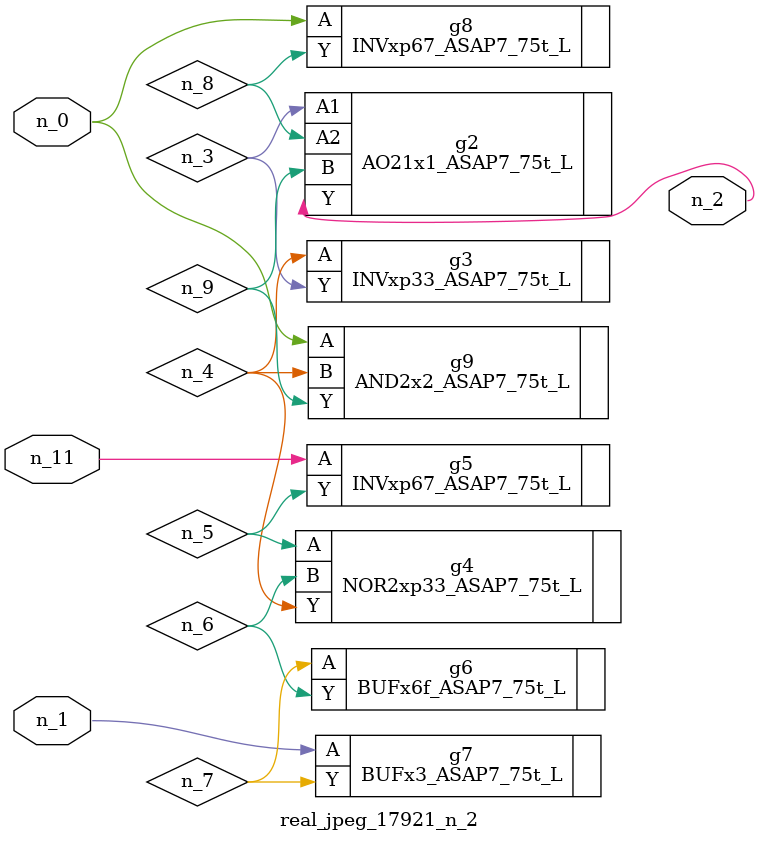
<source format=v>
module real_jpeg_17921_n_2 (n_1, n_11, n_0, n_2);

input n_1;
input n_11;
input n_0;

output n_2;

wire n_5;
wire n_8;
wire n_4;
wire n_6;
wire n_7;
wire n_3;
wire n_9;

INVxp67_ASAP7_75t_L g8 ( 
.A(n_0),
.Y(n_8)
);

AND2x2_ASAP7_75t_L g9 ( 
.A(n_0),
.B(n_4),
.Y(n_9)
);

BUFx3_ASAP7_75t_L g7 ( 
.A(n_1),
.Y(n_7)
);

AO21x1_ASAP7_75t_L g2 ( 
.A1(n_3),
.A2(n_8),
.B(n_9),
.Y(n_2)
);

INVxp33_ASAP7_75t_L g3 ( 
.A(n_4),
.Y(n_3)
);

NOR2xp33_ASAP7_75t_L g4 ( 
.A(n_5),
.B(n_6),
.Y(n_4)
);

BUFx6f_ASAP7_75t_L g6 ( 
.A(n_7),
.Y(n_6)
);

INVxp67_ASAP7_75t_L g5 ( 
.A(n_11),
.Y(n_5)
);


endmodule
</source>
